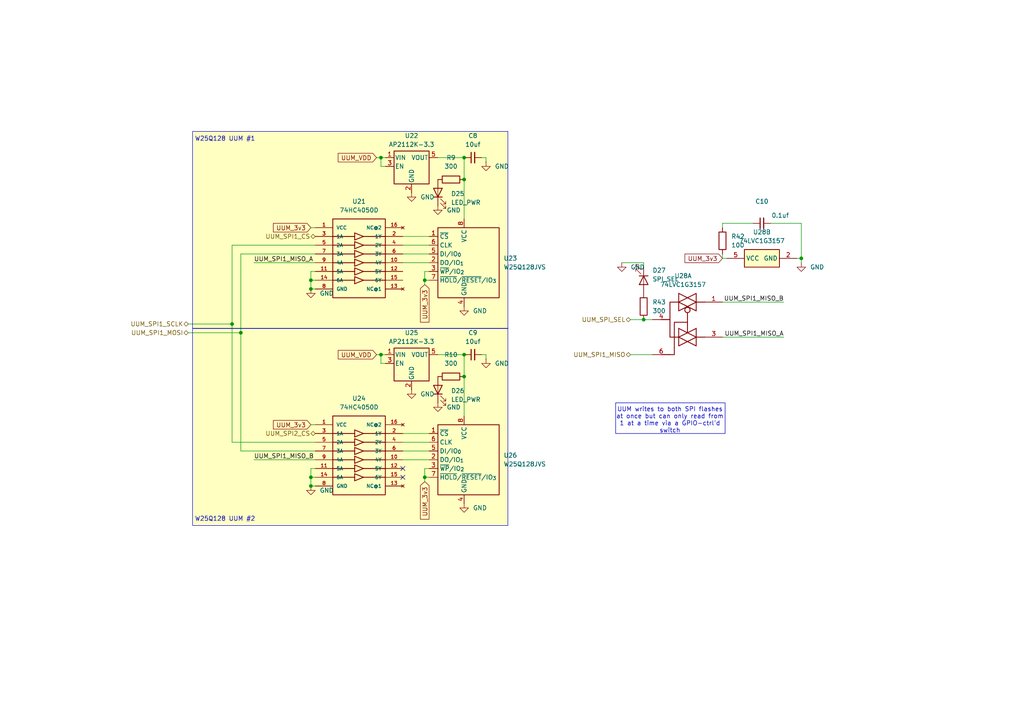
<source format=kicad_sch>
(kicad_sch (version 20250114) (generator "eeschema") (generator_version "9.0")
  (paper "A4")
  (title_block (date "2025-06") (rev "2"))
  (lib_symbols
    (symbol "74HC4050D:74HC4050D" (pin_names (offset 1.016))
      (property "Reference" "U" (at -7.38 11.9607 0))
      (property "Value" "74HC4050D" (at -7.6329 -13.7392 0))
      (symbol "74HC4050D_0_0"
        (polyline (pts (xy -7.62 6.35) (xy -1.27 6.35)) (stroke (width 0.254)))
        (polyline (pts (xy -7.62 3.81) (xy -1.27 3.81)) (stroke (width 0.254)))
        (polyline (pts (xy -7.62 1.27) (xy -1.27 1.27)) (stroke (width 0.254)))
        (polyline (pts (xy -7.62 -1.27) (xy -1.27 -1.27)) (stroke (width 0.254)))
        (polyline (pts (xy -7.62 -3.81) (xy -1.27 -3.81)) (stroke (width 0.254)))
        (polyline (pts (xy -7.62 -6.35) (xy -1.27 -6.35)) (stroke (width 0.254)))
        (rectangle (start -7.62 -11.43) (end 7.62 11.43) (stroke (width 0.254)) (fill (type background)))
        (polyline (pts (xy -1.27 7.366) (xy -1.27 6.35)) (stroke (width 0.254)))
        (polyline (pts (xy -1.27 6.35) (xy -1.27 5.334)) (stroke (width 0.254)))
        (polyline (pts (xy -1.27 5.334) (xy 1.27 6.35)) (stroke (width 0.254)))
        (polyline (pts (xy -1.27 4.826) (xy -1.27 3.81)) (stroke (width 0.254)))
        (polyline (pts (xy -1.27 2.794) (xy -1.27 3.81)) (stroke (width 0.254)))
        (polyline (pts (xy -1.27 2.794) (xy 1.27 3.81)) (stroke (width 0.254)))
        (polyline (pts (xy -1.27 2.286) (xy -1.27 1.27)) (stroke (width 0.254)))
        (polyline (pts (xy -1.27 1.27) (xy -1.27 0.254)) (stroke (width 0.254)))
        (polyline (pts (xy -1.27 0.254) (xy 1.27 1.27)) (stroke (width 0.254)))
        (polyline (pts (xy -1.27 -0.254) (xy -1.27 -1.27)) (stroke (width 0.254)))
        (polyline (pts (xy -1.27 -2.286) (xy -1.27 -1.27)) (stroke (width 0.254)))
        (polyline (pts (xy -1.27 -2.286) (xy 1.27 -1.27)) (stroke (width 0.254)))
        (polyline (pts (xy -1.27 -2.794) (xy -1.27 -3.81)) (stroke (width 0.254)))
        (polyline (pts (xy -1.27 -3.81) (xy -1.27 -4.826)) (stroke (width 0.254)))
        (polyline (pts (xy -1.27 -4.826) (xy 1.27 -3.81)) (stroke (width 0.254)))
        (polyline (pts (xy -1.27 -5.334) (xy -1.27 -6.35)) (stroke (width 0.254)))
        (polyline (pts (xy -1.27 -7.366) (xy -1.27 -6.35)) (stroke (width 0.254)))
        (polyline (pts (xy -1.27 -7.366) (xy 1.27 -6.35)) (stroke (width 0.254)))
        (polyline (pts (xy 1.27 6.35) (xy -1.27 7.366)) (stroke (width 0.254)))
        (polyline (pts (xy 1.27 3.81) (xy -1.27 4.826)) (stroke (width 0.254)))
        (polyline (pts (xy 1.27 1.27) (xy -1.27 2.286)) (stroke (width 0.254)))
        (polyline (pts (xy 1.27 -1.27) (xy -1.27 -0.254)) (stroke (width 0.254)))
        (polyline (pts (xy 1.27 -3.81) (xy -1.27 -2.794)) (stroke (width 0.254)))
        (polyline (pts (xy 1.27 -6.35) (xy -1.27 -5.334)) (stroke (width 0.254)))
        (polyline (pts (xy 7.62 6.35) (xy 1.27 6.35)) (stroke (width 0.254)))
        (polyline (pts (xy 7.62 3.81) (xy 1.27 3.81)) (stroke (width 0.254)))
        (polyline (pts (xy 7.62 1.27) (xy 1.27 1.27)) (stroke (width 0.254)))
        (polyline (pts (xy 7.62 -1.27) (xy 1.27 -1.27)) (stroke (width 0.254)))
        (polyline (pts (xy 7.62 -3.81) (xy 1.27 -3.81)) (stroke (width 0.254)))
        (polyline (pts (xy 7.62 -6.35) (xy 1.27 -6.35)) (stroke (width 0.254)))
        (pin power_in line (at -12.7 8.89 0) (length 5.08) (name "VCC") (number "1"))
        (pin input line (at -12.7 6.35 0) (length 5.08) (name "1A") (number "3"))
        (pin input line (at -12.7 3.81 0) (length 5.08) (name "2A") (number "5"))
        (pin input line (at -12.7 1.27 0) (length 5.08) (name "3A") (number "7"))
        (pin input line (at -12.7 -1.27 0) (length 5.08) (name "4A") (number "9"))
        (pin input line (at -12.7 -3.81 0) (length 5.08) (name "5A") (number "11"))
        (pin input line (at -12.7 -6.35 0) (length 5.08) (name "6A") (number "14"))
        (pin power_in line (at -12.7 -8.89 0) (length 5.08) (name "GND") (number "8"))
        (pin no_connect line (at 12.7 8.89 180) (length 5.08) (name "NC@2") (number "16"))
        (pin output line (at 12.7 6.35 180) (length 5.08) (name "1Y") (number "2"))
        (pin output line (at 12.7 3.81 180) (length 5.08) (name "2Y") (number "4"))
        (pin output line (at 12.7 1.27 180) (length 5.08) (name "3Y") (number "6"))
        (pin output line (at 12.7 -1.27 180) (length 5.08) (name "4Y") (number "10"))
        (pin output line (at 12.7 -3.81 180) (length 5.08) (name "5Y") (number "12"))
        (pin output line (at 12.7 -6.35 180) (length 5.08) (name "6Y") (number "15"))
        (pin no_connect line (at 12.7 -8.89 180) (length 5.08) (name "NC@1") (number "13"))
      )
    )
    (symbol "74xGxx:74LVC1G3157"
      (property "Reference" "U" (at 5.08 7.62 0))
      (property "Value" "74LVC1G3157" (at 10.16 -7.62 0))
      (symbol "74LVC1G3157_1_1"
        (polyline (pts (xy -7.62 0) (xy -5.08 0)) (stroke (width 0.254)) (fill (type background)))
        (polyline (pts (xy -7.62 -10.16) (xy -5.08 -10.16)) (stroke (width 0.254)) (fill (type background)))
        (polyline (pts (xy -2.54 7.62) (xy 0 6.35) (xy -2.54 5.08) (xy -2.54 7.62)) (stroke (width 0.254)))
        (polyline (pts (xy -2.54 5.08) (xy 0 3.81) (xy -2.54 2.54) (xy -2.54 5.08)) (stroke (width 0.254)))
        (polyline (pts (xy -2.54 5.08) (xy -5.08 5.08) (xy -5.08 0) (xy -5.08 -5.08) (xy -2.54 -5.08)) (stroke (width 0.254)))
        (polyline (pts (xy -2.54 -2.54) (xy -2.54 -5.08) (xy 0 -3.81) (xy -2.54 -2.54)) (stroke (width 0.254)))
        (polyline (pts (xy -2.54 -5.08) (xy 0 -6.35) (xy -2.54 -7.62) (xy -2.54 -5.08)) (stroke (width 0.254)))
        (circle (center 0 2.794) (radius 0.762) (stroke (width 0.254)))
        (polyline (pts (xy 0 -0.762) (xy -3.81 -0.762) (xy -3.81 -10.16) (xy -5.08 -10.16)) (stroke (width 0.254)))
        (polyline (pts (xy 0 -3.81) (xy 0 2.032)) (stroke (width 0.254)))
        (polyline (pts (xy 2.54 5.08) (xy 2.54 7.62) (xy 0 6.35) (xy 2.54 5.08)) (stroke (width 0.254)))
        (polyline (pts (xy 2.54 5.08) (xy 2.54 2.54) (xy 0 3.81) (xy 2.54 5.08)) (stroke (width 0.254)))
        (polyline (pts (xy 2.54 -2.54) (xy 2.54 -5.08) (xy 0 -3.81) (xy 2.54 -2.54)) (stroke (width 0.254)))
        (polyline (pts (xy 2.54 -5.08) (xy 0 -6.35) (xy 2.54 -7.62) (xy 2.54 -5.08)) (stroke (width 0.254)))
        (polyline (pts (xy 5.08 5.08) (xy 2.54 5.08)) (stroke (width 0.254)) (fill (type background)))
        (polyline (pts (xy 5.08 -5.08) (xy 2.54 -5.08)) (stroke (width 0.254)) (fill (type background)))
        (pin bidirectional line (at -10.16 0 0) (length 5.08) (name "~") (number "4"))
        (pin input line (at -10.16 -10.16 0) (length 5.08) (name "~") (number "6"))
        (pin bidirectional line (at 10.16 5.08 180) (length 5.08) (name "~") (number "1"))
        (pin bidirectional line (at 10.16 -5.08 180) (length 5.08) (name "~") (number "3"))
      )
      (symbol "74LVC1G3157_2_1"
        (rectangle (start -2.54 5.08) (end 2.54 -5.08) (stroke (width 0.254)) (fill (type background)))
        (pin power_in line (at 0 10.16 270) (length 5.08) (name "VCC") (number "5"))
        (pin power_in line (at 0 -10.16 90) (length 5.08) (name "GND") (number "2"))
      )
    )
    (symbol "Device:C_Small" (pin_numbers (hide yes)) (pin_names (offset 0.254) (hide yes))
      (property "Reference" "C" (at 0.254 1.778 0))
      (property "Value" "C_Small" (at 0.254 -2.032 0))
      (symbol "C_Small_0_1"
        (polyline (pts (xy -1.524 0.508) (xy 1.524 0.508)) (stroke (width 0.3048)))
        (polyline (pts (xy -1.524 -0.508) (xy 1.524 -0.508)) (stroke (width 0.3302)))
      )
      (symbol "C_Small_1_1"
        (pin passive line (at 0 2.54 270) (length 2.032) (name "~") (number "1"))
        (pin passive line (at 0 -2.54 90) (length 2.032) (name "~") (number "2"))
      )
    )
    (symbol "Device:LED" (pin_numbers (hide yes)) (pin_names (offset 1.016) (hide yes))
      (property "Reference" "D" (at 0 2.54 0))
      (property "Value" "LED" (at 0 -2.54 0))
      (symbol "LED_0_1"
        (polyline (pts (xy -3.048 -0.762) (xy -4.572 -2.286) (xy -3.81 -2.286) (xy -4.572 -2.286) (xy -4.572 -1.524)))
        (polyline (pts (xy -1.778 -0.762) (xy -3.302 -2.286) (xy -2.54 -2.286) (xy -3.302 -2.286) (xy -3.302 -1.524)))
        (polyline (pts (xy -1.27 0) (xy 1.27 0)))
        (polyline (pts (xy -1.27 -1.27) (xy -1.27 1.27)) (stroke (width 0.254)))
        (polyline (pts (xy 1.27 -1.27) (xy 1.27 1.27) (xy -1.27 0) (xy 1.27 -1.27)) (stroke (width 0.254)))
      )
      (symbol "LED_1_1"
        (pin passive line (at -3.81 0 0) (length 2.54) (name "K") (number "1"))
        (pin passive line (at 3.81 0 180) (length 2.54) (name "A") (number "2"))
      )
    )
    (symbol "Device:R" (pin_numbers (hide yes)) (pin_names (offset 0))
      (property "Reference" "R" (at 2.032 0 90))
      (property "Value" "R" (at 0 0 90))
      (symbol "R_0_1"
        (rectangle (start -1.016 -2.54) (end 1.016 2.54) (stroke (width 0.254)))
      )
      (symbol "R_1_1"
        (pin passive line (at 0 3.81 270) (length 1.27) (name "~") (number "1"))
        (pin passive line (at 0 -3.81 90) (length 1.27) (name "~") (number "2"))
      )
    )
    (symbol "Memory_Flash:W25Q128JVS"
      (property "Reference" "U" (at -6.35 11.43 0))
      (property "Value" "W25Q128JVS" (at 7.62 11.43 0))
      (symbol "W25Q128JVS_0_1"
        (rectangle (start -7.62 10.16) (end 10.16 -10.16) (stroke (width 0.254)) (fill (type background)))
      )
      (symbol "W25Q128JVS_1_1"
        (pin input line (at -10.16 7.62 0) (length 2.54) (name "~{CS}") (number "1"))
        (pin input line (at -10.16 5.08 0) (length 2.54) (name "CLK") (number "6"))
        (pin bidirectional line (at -10.16 2.54 0) (length 2.54) (name "DI/IO_{0}") (number "5"))
        (pin bidirectional line (at -10.16 0 0) (length 2.54) (name "DO/IO_{1}") (number "2"))
        (pin bidirectional line (at -10.16 -2.54 0) (length 2.54) (name "~{WP}/IO_{2}") (number "3"))
        (pin bidirectional line (at -10.16 -5.08 0) (length 2.54) (name "~{HOLD}/~{RESET}/IO_{3}") (number "7"))
        (pin power_in line (at 0 12.7 270) (length 2.54) (name "VCC") (number "8"))
        (pin power_in line (at 0 -12.7 90) (length 2.54) (name "GND") (number "4"))
      )
    )
    (symbol "Regulator_Linear:AP2112K-3.3" (pin_names (offset 0.254))
      (property "Reference" "U" (at -5.08 5.715 0))
      (property "Value" "AP2112K-3.3" (at 0 5.715 0))
      (symbol "AP2112K-3.3_0_1"
        (rectangle (start -5.08 4.445) (end 5.08 -5.08) (stroke (width 0.254)) (fill (type background)))
      )
      (symbol "AP2112K-3.3_1_1"
        (pin power_in line (at -7.62 2.54 0) (length 2.54) (name "VIN") (number "1"))
        (pin input line (at -7.62 0 0) (length 2.54) (name "EN") (number "3"))
        (pin power_in line (at 0 -7.62 90) (length 2.54) (name "GND") (number "2"))
        (pin no_connect line (at 5.08 0 180) (length 2.54) (hide yes) (name "NC") (number "4"))
        (pin power_out line (at 7.62 2.54 180) (length 2.54) (name "VOUT") (number "5"))
      )
    )
    (symbol "power:GND" (power) (pin_numbers (hide yes)) (pin_names (offset 0) (hide yes))
      (property "Value" "GND" (at 0 -3.81 0))
      (symbol "GND_0_1"
        (polyline (pts (xy 0 0) (xy 0 -1.27) (xy 1.27 -1.27) (xy 0 -2.54) (xy -1.27 -1.27) (xy 0 -1.27)))
      )
      (symbol "GND_1_1"
        (pin power_in line (at 0 0 270) (length 0) (name "~") (number "1"))
      )
    )
  )
  (rectangle (start 178.562 116.84) (end 210.312 125.73))
  (rectangle (start 55.88 95.25) (end 147.32 152.4) (fill (type color) (color 255 255 194 1)))
  (rectangle (start 55.88 38.1) (end 147.32 95.25) (fill (type color) (color 255 255 194 1)))
  (text "W25Q128 UUM #2" (at 65.278 150.622 0) (effects (font (size 1.27 1.27))))
  (text "UUM writes to both SPI flashes\nat once but can only read from\n1 at a time via a GPIO-ctrl'd\nswitch" (at 194.31 121.92 0) (effects (font (size 1.27 1.27))))
  (text "W25Q128 UUM #1" (at 65.278 40.386 0) (effects (font (size 1.27 1.27))))
  (junction (at 123.19 81.28))
  (junction (at 69.85 96.52))
  (junction (at 134.62 109.22))
  (junction (at 232.41 74.93))
  (junction (at 134.62 52.07))
  (junction (at 110.49 102.87))
  (junction (at 90.17 83.82))
  (junction (at 134.62 45.72))
  (junction (at 123.19 138.43))
  (junction (at 90.17 140.97))
  (junction (at 67.31 93.98))
  (junction (at 186.69 92.71))
  (junction (at 134.62 102.87))
  (junction (at 90.17 138.43))
  (junction (at 90.17 81.28))
  (junction (at 110.49 45.72))
  (no_connect (at 116.84 135.89))
  (no_connect (at 116.84 138.43))
  (wire (pts (xy 116.84 71.12) (xy 124.46 71.12)))
  (wire (pts (xy 110.49 45.72) (xy 111.76 45.72)))
  (wire (pts (xy 134.62 102.87) (xy 134.62 109.22)))
  (wire (pts (xy 123.19 138.43) (xy 123.19 139.7)))
  (wire (pts (xy 182.88 92.71) (xy 186.69 92.71)))
  (wire (pts (xy 232.41 74.93) (xy 232.41 76.2)))
  (wire (pts (xy 111.76 48.26) (xy 110.49 48.26)))
  (wire (pts (xy 186.69 76.2) (xy 180.34 76.2)))
  (wire (pts (xy 110.49 102.87) (xy 111.76 102.87)))
  (wire (pts (xy 123.19 78.74) (xy 124.46 78.74)))
  (wire (pts (xy 116.84 125.73) (xy 124.46 125.73)))
  (wire (pts (xy 124.46 135.89) (xy 123.19 135.89)))
  (wire (pts (xy 91.44 71.12) (xy 67.31 71.12)))
  (wire (pts (xy 123.19 81.28) (xy 123.19 78.74)))
  (wire (pts (xy 90.17 138.43) (xy 90.17 140.97)))
  (wire (pts (xy 116.84 73.66) (xy 124.46 73.66)))
  (wire (pts (xy 116.84 68.58) (xy 124.46 68.58)))
  (wire (pts (xy 123.19 82.55) (xy 123.19 81.28)))
  (wire (pts (xy 54.61 93.98) (xy 67.31 93.98)))
  (wire (pts (xy 123.19 138.43) (xy 124.46 138.43)))
  (wire (pts (xy 91.44 78.74) (xy 90.17 78.74)))
  (wire (pts (xy 209.55 64.77) (xy 218.44 64.77)))
  (wire (pts (xy 140.97 102.87) (xy 139.7 102.87)))
  (wire (pts (xy 140.97 45.72) (xy 139.7 45.72)))
  (wire (pts (xy 109.22 102.87) (xy 110.49 102.87)))
  (wire (pts (xy 69.85 130.81) (xy 69.85 96.52)))
  (wire (pts (xy 110.49 48.26) (xy 110.49 45.72)))
  (wire (pts (xy 111.76 105.41) (xy 110.49 105.41)))
  (wire (pts (xy 91.44 138.43) (xy 90.17 138.43)))
  (wire (pts (xy 90.17 140.97) (xy 91.44 140.97)))
  (wire (pts (xy 223.52 64.77) (xy 232.41 64.77)))
  (wire (pts (xy 232.41 74.93) (xy 231.14 74.93)))
  (wire (pts (xy 116.84 76.2) (xy 124.46 76.2)))
  (wire (pts (xy 182.88 102.87) (xy 189.23 102.87)))
  (wire (pts (xy 134.62 45.72) (xy 134.62 52.07)))
  (wire (pts (xy 110.49 105.41) (xy 110.49 102.87)))
  (wire (pts (xy 91.44 130.81) (xy 69.85 130.81)))
  (wire (pts (xy 90.17 81.28) (xy 90.17 83.82)))
  (wire (pts (xy 232.41 64.77) (xy 232.41 74.93)))
  (wire (pts (xy 116.84 128.27) (xy 124.46 128.27)))
  (wire (pts (xy 134.62 109.22) (xy 134.62 120.65)))
  (wire (pts (xy 116.84 133.35) (xy 124.46 133.35)))
  (wire (pts (xy 67.31 128.27) (xy 91.44 128.27)))
  (wire (pts (xy 209.55 74.93) (xy 210.82 74.93)))
  (wire (pts (xy 123.19 138.43) (xy 123.19 135.89)))
  (wire (pts (xy 73.66 133.35) (xy 91.44 133.35)))
  (wire (pts (xy 67.31 71.12) (xy 67.31 93.98)))
  (wire (pts (xy 227.33 87.63) (xy 209.55 87.63)))
  (wire (pts (xy 91.44 135.89) (xy 90.17 135.89)))
  (wire (pts (xy 123.19 81.28) (xy 124.46 81.28)))
  (wire (pts (xy 134.62 52.07) (xy 134.62 63.5)))
  (wire (pts (xy 54.61 96.52) (xy 69.85 96.52)))
  (wire (pts (xy 90.17 83.82) (xy 91.44 83.82)))
  (wire (pts (xy 69.85 73.66) (xy 91.44 73.66)))
  (wire (pts (xy 90.17 123.19) (xy 91.44 123.19)))
  (wire (pts (xy 73.66 76.2) (xy 91.44 76.2)))
  (wire (pts (xy 186.69 92.71) (xy 189.23 92.71)))
  (wire (pts (xy 90.17 78.74) (xy 90.17 81.28)))
  (wire (pts (xy 69.85 96.52) (xy 69.85 73.66)))
  (wire (pts (xy 140.97 46.99) (xy 140.97 45.72)))
  (wire (pts (xy 91.44 81.28) (xy 90.17 81.28)))
  (wire (pts (xy 186.69 77.47) (xy 186.69 76.2)))
  (wire (pts (xy 109.22 45.72) (xy 110.49 45.72)))
  (wire (pts (xy 209.55 73.66) (xy 209.55 74.93)))
  (wire (pts (xy 127 45.72) (xy 134.62 45.72)))
  (wire (pts (xy 116.84 130.81) (xy 124.46 130.81)))
  (wire (pts (xy 140.97 104.14) (xy 140.97 102.87)))
  (wire (pts (xy 209.55 64.77) (xy 209.55 66.04)))
  (wire (pts (xy 209.55 97.79) (xy 227.33 97.79)))
  (wire (pts (xy 90.17 135.89) (xy 90.17 138.43)))
  (wire (pts (xy 90.17 66.04) (xy 91.44 66.04)))
  (wire (pts (xy 67.31 93.98) (xy 67.31 128.27)))
  (wire (pts (xy 127 102.87) (xy 134.62 102.87)))
  (label "UUM_SPI1_MISO_A" (at 73.66 76.2 0))
  (label "UUM_SPI1_MISO_A" (at 227.33 97.79 180))
  (label "UUM_SPI1_MISO_B" (at 227.33 87.63 180))
  (label "UUM_SPI1_MISO_B" (at 73.66 133.35 0))
  (global_label "UUM_3v3" (shape input) (at 90.17 123.19 180) (property "Intersheetrefs" "${INTERSHEET_REFS}" (effects (hide yes))))
  (global_label "UUM_3v3" (shape input) (at 123.19 82.55 270) (property "Intersheetrefs" "${INTERSHEET_REFS}" (effects (hide yes))))
  (global_label "UUM_VDD" (shape input) (at 109.22 45.72 180) (property "Intersheetrefs" "${INTERSHEET_REFS}" (effects (hide yes))))
  (global_label "UUM_VDD" (shape input) (at 109.22 102.87 180) (property "Intersheetrefs" "${INTERSHEET_REFS}" (effects (hide yes))))
  (global_label "UUM_3v3" (shape input) (at 209.55 74.93 180) (property "Intersheetrefs" "${INTERSHEET_REFS}" (effects (hide yes))))
  (global_label "UUM_3v3" (shape input) (at 123.19 139.7 270) (property "Intersheetrefs" "${INTERSHEET_REFS}" (effects (hide yes))))
  (global_label "UUM_3v3" (shape input) (at 90.17 66.04 180) (property "Intersheetrefs" "${INTERSHEET_REFS}" (effects (hide yes))))
  (hierarchical_label "UUM_SPI1_CS" (shape bidirectional) (at 91.44 68.58 180))
  (hierarchical_label "UUM_SPI_SEL" (shape bidirectional) (at 182.88 92.71 180))
  (hierarchical_label "UUM_SPI1_MOSI" (shape bidirectional) (at 54.61 96.52 180))
  (hierarchical_label "UUM_SPI1_MISO" (shape bidirectional) (at 182.88 102.87 180))
  (hierarchical_label "UUM_SPI2_CS" (shape bidirectional) (at 91.44 125.73 180))
  (hierarchical_label "UUM_SPI1_SCLK" (shape bidirectional) (at 54.61 93.98 180))
  (symbol (lib_id "74HC4050D:74HC4050D") (at 104.14 132.08 0) (unit 1)
    (property "Reference" "U24" (at 104.14 115.57 0))
    (property "Value" "74HC4050D" (at 104.14 118.11 0))
    (property "Footprint" "74HC4050D:SO16" (effects (hide yes)))
    (property "MF" "Toshiba" (effects (hide yes)))
    (property "Description_1" "Buffer, Non-Inverting 6 Element 1 Bit per Element - Output 16-SOIC" (effects (hide yes)))
    (property "Package" "SOIC-16 ON Semiconductor" (effects (hide yes)))
    (property "Price" "None" (effects (hide yes)))
    (property "SnapEDA_Link" "https://www.snapeda.com/parts/74HC4050D/Toshiba/view-part/?ref=snap" (effects (hide yes)))
    (property "MP" "74HC4050D" (effects (hide yes)))
    (property "Availability" "In Stock" (effects (hide yes)))
    (property "Check_prices" "https://www.snapeda.com/parts/74HC4050D/Toshiba/view-part/?ref=eda" (effects (hide yes)))
  )
  (symbol (lib_id "power:GND") (at 232.41 76.2 0) (unit 1)
    (property "Reference" "#PWR0118" (effects (hide yes)))
    (property "Value" "GND" (at 234.95 77.4699 0) (effects (justify left)))
    (property "Description" "Power symbol creates a global label with name \"GND\" , ground" (effects (hide yes)))
  )
  (symbol (lib_id "power:GND") (at 119.38 113.03 0) (unit 1)
    (property "Reference" "#PWR0113" (effects (hide yes)))
    (property "Value" "GND" (at 121.92 114.2999 0) (effects (justify left)))
    (property "Description" "Power symbol creates a global label with name \"GND\" , ground" (effects (hide yes)))
  )
  (symbol (lib_id "Device:LED") (at 186.69 81.28 270) (unit 1)
    (property "Reference" "D27" (at 189.23 78.4224 90) (effects (justify left)))
    (property "Value" "SPI_SEL" (at 189.23 80.9624 90) (effects (justify left)))
    (property "Footprint" "LED_SMD:LED_0603_1608Metric" (effects (hide yes)))
    (property "Description" "Light emitting diode" (effects (hide yes)))
    (property "Sim.Pins" "1=K 2=A" (effects (hide yes)))
  )
  (symbol (lib_id "Device:LED") (at 127 113.03 90) (unit 1)
    (property "Reference" "D26" (at 130.81 113.3474 90) (effects (justify right)))
    (property "Value" "LED_PWR" (at 130.81 115.8874 90) (effects (justify right)))
    (property "Footprint" "LED_SMD:LED_0603_1608Metric" (effects (hide yes)))
    (property "Description" "Light emitting diode" (effects (hide yes)))
    (property "Sim.Pins" "1=K 2=A" (effects (hide yes)))
  )
  (symbol (lib_id "power:GND") (at 140.97 104.14 0) (unit 1)
    (property "Reference" "#PWR0117" (effects (hide yes)))
    (property "Value" "GND" (at 143.51 105.4099 0) (effects (justify left)))
    (property "Description" "Power symbol creates a global label with name \"GND\" , ground" (effects (hide yes)))
  )
  (symbol (lib_id "Memory_Flash:W25Q128JVS") (at 134.62 76.2 0) (unit 1)
    (property "Reference" "U23" (at 146.05 74.9299 0) (effects (justify left)))
    (property "Value" "W25Q128JVS" (at 146.05 77.4699 0) (effects (justify left)))
    (property "Footprint" "Package_SO:SOIC-8_5.3x5.3mm_P1.27mm" (effects (hide yes)))
    (property "Datasheet" "https://www.winbond.com/resource-files/w25q128jv_dtr%20revc%2003272018%20plus.pdf" (effects (hide yes)))
    (property "Description" "128Mbit / 16MiB Serial Flash Memory, Standard/Dual/Quad SPI, 2.7-3.6V, SOIC-8" (effects (hide yes)))
  )
  (symbol (lib_id "power:GND") (at 134.62 146.05 0) (unit 1)
    (property "Reference" "#PWR0116" (effects (hide yes)))
    (property "Value" "GND" (at 137.16 147.3199 0) (effects (justify left)))
    (property "Description" "Power symbol creates a global label with name \"GND\" , ground" (effects (hide yes)))
  )
  (symbol (lib_id "74xGxx:74LVC1G3157") (at 199.39 92.71 0) (unit 1)
    (property "Reference" "U28" (at 198.12 80.01 0))
    (property "Value" "74LVC1G3157" (at 198.12 82.55 0))
    (property "Footprint" "SN74LVC1G3157:SC70-6" (effects (hide yes)))
    (property "Datasheet" "http://www.ti.com/lit/sg/scyt129e/scyt129e.pdf" (effects (hide yes)))
    (property "Description" "SPDT Analog Switch, Low-Voltage CMOS" (effects (hide yes)))
  )
  (symbol (lib_id "power:GND") (at 127 59.69 0) (unit 1)
    (property "Reference" "#PWR0108" (effects (hide yes)))
    (property "Value" "GND" (at 129.54 60.9599 0) (effects (justify left)))
    (property "Description" "Power symbol creates a global label with name \"GND\" , ground" (effects (hide yes)))
  )
  (symbol (lib_id "Device:R") (at 130.81 109.22 270) (unit 1)
    (property "Reference" "R10" (at 130.81 102.87 90))
    (property "Value" "300" (at 130.81 105.41 90))
    (property "Footprint" "Resistor_SMD:R_0805_2012Metric_Pad1.20x1.40mm_HandSolder" (effects (hide yes)))
    (property "Description" "Resistor" (effects (hide yes)))
    (property "DigiKey_Part_Number" "311-10.0KCRCT-ND" (effects (hide yes)))
    (property "Price" "0.0129" (effects (hide yes)))
  )
  (symbol (lib_id "74xGxx:74LVC1G3157") (at 220.98 74.93 90) (unit 2)
    (property "Reference" "U28" (at 220.98 67.31 90))
    (property "Value" "74LVC1G3157" (at 220.98 69.85 90))
    (property "Footprint" "SN74LVC1G3157:SC70-6" (effects (hide yes)))
    (property "Datasheet" "http://www.ti.com/lit/sg/scyt129e/scyt129e.pdf" (effects (hide yes)))
    (property "Description" "SPDT Analog Switch, Low-Voltage CMOS" (effects (hide yes)))
  )
  (symbol (lib_id "Regulator_Linear:AP2112K-3.3") (at 119.38 48.26 0) (unit 1)
    (property "Reference" "U22" (at 119.38 39.37 0))
    (property "Value" "AP2112K-3.3" (at 119.38 41.91 0))
    (property "Footprint" "Package_TO_SOT_SMD:SOT-23-5" (effects (hide yes)))
    (property "Datasheet" "https://www.diodes.com/assets/Datasheets/AP2112.pdf" (effects (hide yes)))
    (property "Description" "600mA low dropout linear regulator, with enable pin, 3.8V-6V input voltage range, 3.3V fixed positive output, SOT-23-5" (effects (hide yes)))
  )
  (symbol (lib_id "Device:C_Small") (at 220.98 64.77 90) (unit 1)
    (property "Reference" "C10" (at 220.9863 58.42 90))
    (property "Value" "0.1uf" (at 226.314 62.484 90))
    (property "Footprint" "Capacitor_SMD:C_0805_2012Metric" (effects (hide yes)))
    (property "Description" "Unpolarized capacitor, small symbol" (effects (hide yes)))
  )
  (symbol (lib_id "Regulator_Linear:AP2112K-3.3") (at 119.38 105.41 0) (unit 1)
    (property "Reference" "U25" (at 119.38 96.52 0))
    (property "Value" "AP2112K-3.3" (at 119.38 99.06 0))
    (property "Footprint" "Package_TO_SOT_SMD:SOT-23-5" (effects (hide yes)))
    (property "Datasheet" "https://www.diodes.com/assets/Datasheets/AP2112.pdf" (effects (hide yes)))
    (property "Description" "600mA low dropout linear regulator, with enable pin, 3.8V-6V input voltage range, 3.3V fixed positive output, SOT-23-5" (effects (hide yes)))
  )
  (symbol (lib_id "power:GND") (at 127 116.84 0) (unit 1)
    (property "Reference" "#PWR0115" (effects (hide yes)))
    (property "Value" "GND" (at 129.54 118.1099 0) (effects (justify left)))
    (property "Description" "Power symbol creates a global label with name \"GND\" , ground" (effects (hide yes)))
  )
  (symbol (lib_id "Device:R") (at 130.81 52.07 270) (unit 1)
    (property "Reference" "R9" (at 130.81 45.72 90))
    (property "Value" "300" (at 130.81 48.26 90))
    (property "Footprint" "Resistor_SMD:R_0805_2012Metric_Pad1.20x1.40mm_HandSolder" (effects (hide yes)))
    (property "Description" "Resistor" (effects (hide yes)))
    (property "DigiKey_Part_Number" "311-10.0KCRCT-ND" (effects (hide yes)))
    (property "Price" "0.0129" (effects (hide yes)))
  )
  (symbol (lib_id "power:GND") (at 90.17 140.97 0) (unit 1)
    (property "Reference" "#PWR0112" (effects (hide yes)))
    (property "Value" "GND" (at 92.71 142.2399 0) (effects (justify left)))
    (property "Description" "Power symbol creates a global label with name \"GND\" , ground" (effects (hide yes)))
  )
  (symbol (lib_id "74HC4050D:74HC4050D") (at 104.14 74.93 0) (unit 1)
    (property "Reference" "U21" (at 104.14 58.42 0))
    (property "Value" "74HC4050D" (at 104.14 60.96 0))
    (property "Footprint" "74HC4050D:SO16" (effects (hide yes)))
    (property "MF" "Toshiba" (effects (hide yes)))
    (property "Description_1" "Buffer, Non-Inverting 6 Element 1 Bit per Element - Output 16-SOIC" (effects (hide yes)))
    (property "Package" "SOIC-16 ON Semiconductor" (effects (hide yes)))
    (property "Price" "None" (effects (hide yes)))
    (property "SnapEDA_Link" "https://www.snapeda.com/parts/74HC4050D/Toshiba/view-part/?ref=snap" (effects (hide yes)))
    (property "MP" "74HC4050D" (effects (hide yes)))
    (property "Availability" "In Stock" (effects (hide yes)))
    (property "Check_prices" "https://www.snapeda.com/parts/74HC4050D/Toshiba/view-part/?ref=eda" (effects (hide yes)))
  )
  (symbol (lib_id "power:GND") (at 140.97 46.99 0) (unit 1)
    (property "Reference" "#PWR0110" (effects (hide yes)))
    (property "Value" "GND" (at 143.51 48.2599 0) (effects (justify left)))
    (property "Description" "Power symbol creates a global label with name \"GND\" , ground" (effects (hide yes)))
  )
  (symbol (lib_id "Device:LED") (at 127 55.88 90) (unit 1)
    (property "Reference" "D25" (at 130.81 56.1974 90) (effects (justify right)))
    (property "Value" "LED_PWR" (at 130.81 58.7374 90) (effects (justify right)))
    (property "Footprint" "LED_SMD:LED_0603_1608Metric" (effects (hide yes)))
    (property "Description" "Light emitting diode" (effects (hide yes)))
    (property "Sim.Pins" "1=K 2=A" (effects (hide yes)))
  )
  (symbol (lib_id "power:GND") (at 119.38 55.88 0) (unit 1)
    (property "Reference" "#PWR0106" (effects (hide yes)))
    (property "Value" "GND" (at 121.92 57.1499 0) (effects (justify left)))
    (property "Description" "Power symbol creates a global label with name \"GND\" , ground" (effects (hide yes)))
  )
  (symbol (lib_id "Device:C_Small") (at 137.16 102.87 90) (unit 1)
    (property "Reference" "C9" (at 137.1663 96.52 90))
    (property "Value" "10uf" (at 137.1663 99.06 90))
    (property "Footprint" "Capacitor_SMD:C_0805_2012Metric" (effects (hide yes)))
    (property "Description" "Unpolarized capacitor, small symbol" (effects (hide yes)))
  )
  (symbol (lib_id "Device:R") (at 209.55 69.85 180) (unit 1)
    (property "Reference" "R42" (at 212.09 68.5799 0) (effects (justify right)))
    (property "Value" "100" (at 212.09 71.1199 0) (effects (justify right)))
    (property "Footprint" "Resistor_SMD:R_0805_2012Metric_Pad1.20x1.40mm_HandSolder" (effects (hide yes)))
    (property "Description" "Resistor" (effects (hide yes)))
    (property "DigiKey_Part_Number" "311-10.0KCRCT-ND" (effects (hide yes)))
    (property "Price" "0.0129" (effects (hide yes)))
  )
  (symbol (lib_id "Memory_Flash:W25Q128JVS") (at 134.62 133.35 0) (unit 1)
    (property "Reference" "U26" (at 146.05 132.0799 0) (effects (justify left)))
    (property "Value" "W25Q128JVS" (at 146.05 134.6199 0) (effects (justify left)))
    (property "Footprint" "Package_SO:SOIC-8_5.3x5.3mm_P1.27mm" (effects (hide yes)))
    (property "Datasheet" "https://www.winbond.com/resource-files/w25q128jv_dtr%20revc%2003272018%20plus.pdf" (effects (hide yes)))
    (property "Description" "128Mbit / 16MiB Serial Flash Memory, Standard/Dual/Quad SPI, 2.7-3.6V, SOIC-8" (effects (hide yes)))
  )
  (symbol (lib_id "Device:R") (at 186.69 88.9 180) (unit 1)
    (property "Reference" "R43" (at 189.23 87.6299 0) (effects (justify right)))
    (property "Value" "300" (at 189.23 90.1699 0) (effects (justify right)))
    (property "Footprint" "Resistor_SMD:R_0805_2012Metric_Pad1.20x1.40mm_HandSolder" (effects (hide yes)))
    (property "Description" "Resistor" (effects (hide yes)))
    (property "DigiKey_Part_Number" "311-10.0KCRCT-ND" (effects (hide yes)))
    (property "Price" "0.0129" (effects (hide yes)))
  )
  (symbol (lib_id "power:GND") (at 134.62 88.9 0) (unit 1)
    (property "Reference" "#PWR0109" (effects (hide yes)))
    (property "Value" "GND" (at 137.16 90.1699 0) (effects (justify left)))
    (property "Description" "Power symbol creates a global label with name \"GND\" , ground" (effects (hide yes)))
  )
  (symbol (lib_id "power:GND") (at 180.34 76.2 0) (unit 1)
    (property "Reference" "#PWR0121" (effects (hide yes)))
    (property "Value" "GND" (at 182.88 77.4699 0) (effects (justify left)))
    (property "Description" "Power symbol creates a global label with name \"GND\" , ground" (effects (hide yes)))
  )
  (symbol (lib_id "Device:C_Small") (at 137.16 45.72 90) (unit 1)
    (property "Reference" "C8" (at 137.1663 39.37 90))
    (property "Value" "10uf" (at 137.1663 41.91 90))
    (property "Footprint" "Capacitor_SMD:C_0805_2012Metric" (effects (hide yes)))
    (property "Description" "Unpolarized capacitor, small symbol" (effects (hide yes)))
  )
  (symbol (lib_id "power:GND") (at 90.17 83.82 0) (unit 1)
    (property "Reference" "#PWR0105" (effects (hide yes)))
    (property "Value" "GND" (at 92.71 85.0899 0) (effects (justify left)))
    (property "Description" "Power symbol creates a global label with name \"GND\" , ground" (effects (hide yes)))
  )
)
</source>
